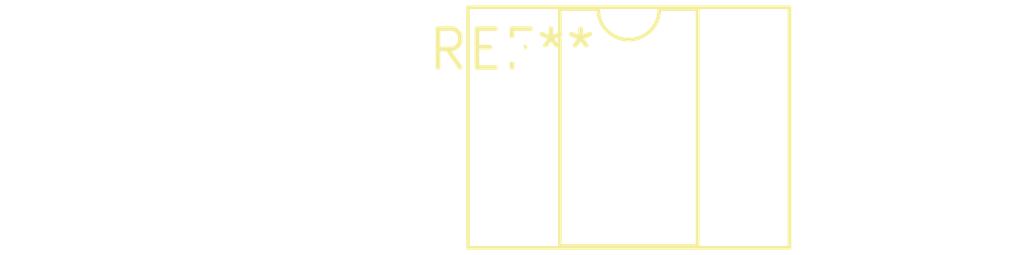
<source format=kicad_pcb>
(kicad_pcb (version 20240108) (generator pcbnew)
  (layers (0 "F.Cu" signal) (31 "B.Cu" signal) (34 "B.Paste" user) (35 "F.Paste" user) (36 "B.SilkS" user "B.Silkscreen") (37 "F.SilkS" user "F.Silkscreen") (38 "B.Mask" user) (39 "F.Mask" user) (44 "Edge.Cuts" user))
  (net 0 "")
  (footprint "DIP-6_W7.62mm_Socket_LongPads" (layer "F.Cu") (at 0 0)
    (property "Reference" "REF**")
    (property "Value" "DIP-6_W7.62mm_Socket_LongPads")
    (fp_line (start -1.44 -1.39) (end -1.44 6.47) (layer "F.SilkS") (stroke (width 0.12)))
    (fp_line (start -1.44 6.47) (end 9.06 6.47) (layer "F.SilkS") (stroke (width 0.12)))
    (fp_line (start 1.56 -1.33) (end 1.56 6.41) (layer "F.SilkS") (stroke (width 0.12)))
    (fp_line (start 1.56 6.41) (end 6.06 6.41) (layer "F.SilkS") (stroke (width 0.12)))
    (fp_line (start 2.81 -1.33) (end 1.56 -1.33) (layer "F.SilkS") (stroke (width 0.12)))
    (fp_line (start 6.06 -1.33) (end 4.81 -1.33) (layer "F.SilkS") (stroke (width 0.12)))
    (fp_line (start 6.06 6.41) (end 6.06 -1.33) (layer "F.SilkS") (stroke (width 0.12)))
    (fp_line (start 9.06 -1.39) (end -1.44 -1.39) (layer "F.SilkS") (stroke (width 0.12)))
    (fp_line (start 9.06 6.47) (end 9.06 -1.39) (layer "F.SilkS") (stroke (width 0.12)))
    (fp_arc (start 4.81 -1.33) (mid 3.81 -0.33) (end 2.81 -1.33) (layer "F.SilkS") (stroke (width 0.12)))
    (pad "1" thru_hole rect (at 0 0) (size 2.4 1.6) (drill 0.8) (layers *.Cu *.Mask) (remove_unused_layers))
    (pad "2" thru_hole oval (at 0 2.54) (size 2.4 1.6) (drill 0.8) (layers *.Cu *.Mask) (remove_unused_layers))
    (pad "3" thru_hole oval (at 0 5.08) (size 2.4 1.6) (drill 0.8) (layers *.Cu *.Mask) (remove_unused_layers))
    (pad "4" thru_hole oval (at 7.62 5.08) (size 2.4 1.6) (drill 0.8) (layers *.Cu *.Mask) (remove_unused_layers))
    (pad "5" thru_hole oval (at 7.62 2.54) (size 2.4 1.6) (drill 0.8) (layers *.Cu *.Mask) (remove_unused_layers))
    (pad "6" thru_hole oval (at 7.62 0) (size 2.4 1.6) (drill 0.8) (layers *.Cu *.Mask) (remove_unused_layers))
  )
)
</source>
